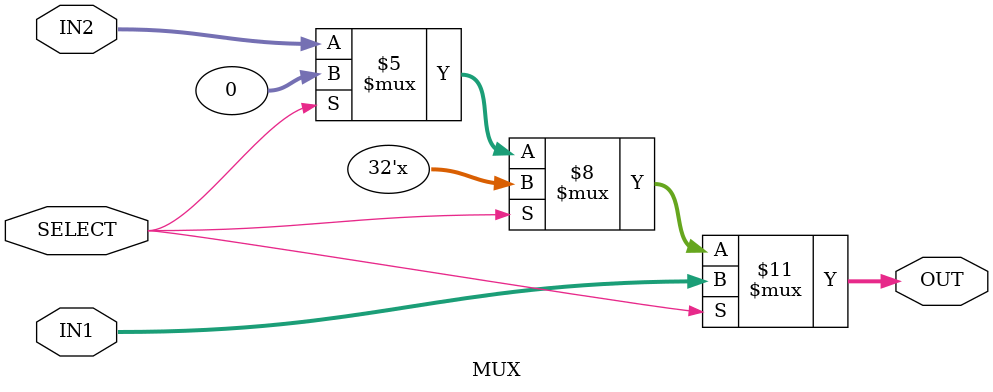
<source format=sv>
module MUX(IN1, IN2, SELECT, OUT);
	input logic [31:0] IN1, IN2;
	input logic SELECT;
	output logic [31:0] OUT;
	
always_comb
	begin
	if (SELECT == 1'b1)
		OUT = IN1;
	else if (SELECT == 1'b0)
		OUT = IN2;
	else
		OUT = 32'd0;
	end
	
endmodule 

</source>
